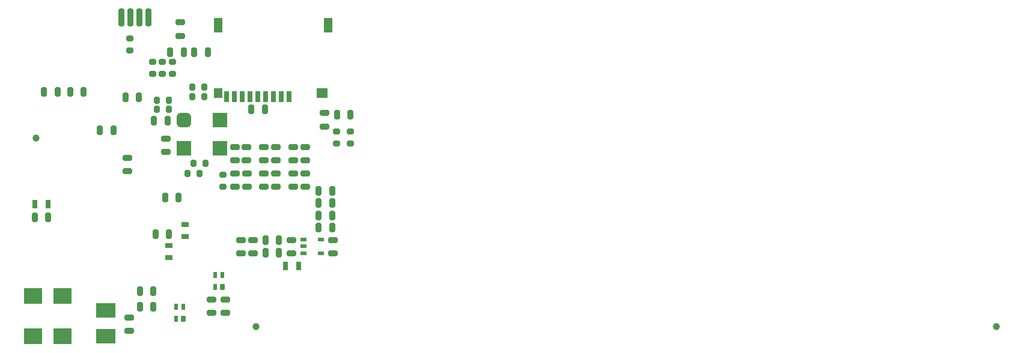
<source format=gbp>
G04*
G04 #@! TF.GenerationSoftware,Altium Limited,Altium Designer,20.0.2 (26)*
G04*
G04 Layer_Color=128*
%FSLAX44Y44*%
%MOMM*%
G71*
G01*
G75*
G04:AMPARAMS|DCode=22|XSize=0.8mm|YSize=1.3mm|CornerRadius=0.2mm|HoleSize=0mm|Usage=FLASHONLY|Rotation=0.000|XOffset=0mm|YOffset=0mm|HoleType=Round|Shape=RoundedRectangle|*
%AMROUNDEDRECTD22*
21,1,0.8000,0.9000,0,0,0.0*
21,1,0.4000,1.3000,0,0,0.0*
1,1,0.4000,0.2000,-0.4500*
1,1,0.4000,-0.2000,-0.4500*
1,1,0.4000,-0.2000,0.4500*
1,1,0.4000,0.2000,0.4500*
%
%ADD22ROUNDEDRECTD22*%
G04:AMPARAMS|DCode=23|XSize=0.8mm|YSize=1.3mm|CornerRadius=0.2mm|HoleSize=0mm|Usage=FLASHONLY|Rotation=90.000|XOffset=0mm|YOffset=0mm|HoleType=Round|Shape=RoundedRectangle|*
%AMROUNDEDRECTD23*
21,1,0.8000,0.9000,0,0,90.0*
21,1,0.4000,1.3000,0,0,90.0*
1,1,0.4000,0.4500,0.2000*
1,1,0.4000,0.4500,-0.2000*
1,1,0.4000,-0.4500,-0.2000*
1,1,0.4000,-0.4500,0.2000*
%
%ADD23ROUNDEDRECTD23*%
G04:AMPARAMS|DCode=24|XSize=0.8mm|YSize=1mm|CornerRadius=0.2mm|HoleSize=0mm|Usage=FLASHONLY|Rotation=90.000|XOffset=0mm|YOffset=0mm|HoleType=Round|Shape=RoundedRectangle|*
%AMROUNDEDRECTD24*
21,1,0.8000,0.6000,0,0,90.0*
21,1,0.4000,1.0000,0,0,90.0*
1,1,0.4000,0.3000,0.2000*
1,1,0.4000,0.3000,-0.2000*
1,1,0.4000,-0.3000,-0.2000*
1,1,0.4000,-0.3000,0.2000*
%
%ADD24ROUNDEDRECTD24*%
G04:AMPARAMS|DCode=25|XSize=0.8mm|YSize=1mm|CornerRadius=0.2mm|HoleSize=0mm|Usage=FLASHONLY|Rotation=0.000|XOffset=0mm|YOffset=0mm|HoleType=Round|Shape=RoundedRectangle|*
%AMROUNDEDRECTD25*
21,1,0.8000,0.6000,0,0,0.0*
21,1,0.4000,1.0000,0,0,0.0*
1,1,0.4000,0.2000,-0.3000*
1,1,0.4000,-0.2000,-0.3000*
1,1,0.4000,-0.2000,0.3000*
1,1,0.4000,0.2000,0.3000*
%
%ADD25ROUNDEDRECTD25*%
G04:AMPARAMS|DCode=27|XSize=2.54mm|YSize=0.9144mm|CornerRadius=0mm|HoleSize=0mm|Usage=FLASHONLY|Rotation=90.000|XOffset=0mm|YOffset=0mm|HoleType=Round|Shape=Octagon|*
%AMOCTAGOND27*
4,1,8,0.2286,1.2700,-0.2286,1.2700,-0.4572,1.0414,-0.4572,-1.0414,-0.2286,-1.2700,0.2286,-1.2700,0.4572,-1.0414,0.4572,1.0414,0.2286,1.2700,0.0*
%
%ADD27OCTAGOND27*%

%ADD30R,2.8000X2.0000*%
%ADD36R,0.8000X1.3000*%
%ADD41R,2.5000X2.3000*%
%ADD59C,1.0000*%
%ADD155R,2.0000X2.0000*%
G04:AMPARAMS|DCode=156|XSize=2mm|YSize=2mm|CornerRadius=0.5mm|HoleSize=0mm|Usage=FLASHONLY|Rotation=270.000|XOffset=0mm|YOffset=0mm|HoleType=Round|Shape=RoundedRectangle|*
%AMROUNDEDRECTD156*
21,1,2.0000,1.0000,0,0,270.0*
21,1,1.0000,2.0000,0,0,270.0*
1,1,1.0000,-0.5000,-0.5000*
1,1,1.0000,-0.5000,0.5000*
1,1,1.0000,0.5000,0.5000*
1,1,1.0000,0.5000,-0.5000*
%
%ADD156ROUNDEDRECTD156*%
%ADD157R,0.9500X0.6000*%
%ADD158R,0.6000X0.9000*%
G04:AMPARAMS|DCode=159|XSize=0.9mm|YSize=0.6mm|CornerRadius=0.15mm|HoleSize=0mm|Usage=FLASHONLY|Rotation=90.000|XOffset=0mm|YOffset=0mm|HoleType=Round|Shape=RoundedRectangle|*
%AMROUNDEDRECTD159*
21,1,0.9000,0.3000,0,0,90.0*
21,1,0.6000,0.6000,0,0,90.0*
1,1,0.3000,0.1500,0.3000*
1,1,0.3000,0.1500,-0.3000*
1,1,0.3000,-0.1500,-0.3000*
1,1,0.3000,-0.1500,0.3000*
%
%ADD159ROUNDEDRECTD159*%
%ADD160R,1.0000X0.8000*%
%ADD161R,0.7000X1.6000*%
%ADD162R,1.2000X1.4000*%
%ADD163R,1.6000X1.4000*%
%ADD164R,1.2000X2.0000*%
D22*
X2192740Y550640D02*
D03*
X2211740D02*
D03*
X2055520Y534640D02*
D03*
X2074520D02*
D03*
X1900520Y575640D02*
D03*
X1919520D02*
D03*
X1956520D02*
D03*
X1937520D02*
D03*
X2078520Y631640D02*
D03*
X2097520D02*
D03*
X2131520D02*
D03*
X2112520D02*
D03*
X2071520Y426640D02*
D03*
X2090520D02*
D03*
X2313520Y543640D02*
D03*
X2332520D02*
D03*
X2287520Y435640D02*
D03*
X2306520D02*
D03*
X2287520Y418536D02*
D03*
X2306520D02*
D03*
Y401536D02*
D03*
X2287520D02*
D03*
X2306520Y384536D02*
D03*
X2287520D02*
D03*
X2212520Y348690D02*
D03*
X2231520D02*
D03*
X2057520Y374640D02*
D03*
X2076520D02*
D03*
X2034520Y567640D02*
D03*
X2015520D02*
D03*
X2035520Y294640D02*
D03*
X2054520D02*
D03*
Y272640D02*
D03*
X2035520D02*
D03*
X2212520Y366690D02*
D03*
X2231520D02*
D03*
X1998520Y521640D02*
D03*
X1979520D02*
D03*
X1906520Y398640D02*
D03*
X1887520D02*
D03*
D23*
X2092520Y654640D02*
D03*
Y673640D02*
D03*
X2072520Y490640D02*
D03*
Y509640D02*
D03*
X2227520Y441640D02*
D03*
Y460640D02*
D03*
X2210520Y441640D02*
D03*
Y460640D02*
D03*
X2169520D02*
D03*
Y441640D02*
D03*
X2186520Y460640D02*
D03*
Y441640D02*
D03*
X2169520Y497640D02*
D03*
Y478640D02*
D03*
X2185520Y497640D02*
D03*
Y478640D02*
D03*
X2210520D02*
D03*
Y497640D02*
D03*
X2227520Y478640D02*
D03*
Y497640D02*
D03*
X2295520Y526640D02*
D03*
Y545640D02*
D03*
X2307520Y347640D02*
D03*
Y366640D02*
D03*
X2249520Y347690D02*
D03*
Y366690D02*
D03*
X2195520D02*
D03*
Y347690D02*
D03*
X2178520D02*
D03*
Y366690D02*
D03*
X2020520Y238640D02*
D03*
Y257640D02*
D03*
X2251520Y441640D02*
D03*
Y460640D02*
D03*
Y478640D02*
D03*
Y497640D02*
D03*
X2268520Y441640D02*
D03*
Y460640D02*
D03*
Y478640D02*
D03*
Y497640D02*
D03*
X2156520Y282640D02*
D03*
Y263640D02*
D03*
X2136520D02*
D03*
Y282640D02*
D03*
X2018520Y482640D02*
D03*
Y463640D02*
D03*
D24*
X2021520Y650640D02*
D03*
Y633640D02*
D03*
X2053520Y617640D02*
D03*
Y600640D02*
D03*
X2067520D02*
D03*
Y617640D02*
D03*
X2081520D02*
D03*
Y600640D02*
D03*
X2152520Y441640D02*
D03*
Y458640D02*
D03*
X2312520Y519790D02*
D03*
Y502790D02*
D03*
X2332520Y519790D02*
D03*
Y502790D02*
D03*
D25*
X2059520Y550640D02*
D03*
X2076520D02*
D03*
Y563640D02*
D03*
X2059520D02*
D03*
X2126520Y582640D02*
D03*
X2109520D02*
D03*
Y568640D02*
D03*
X2126520D02*
D03*
X2119520Y460640D02*
D03*
X2102520D02*
D03*
X2128520Y474640D02*
D03*
X2111520D02*
D03*
D27*
X2010080Y680700D02*
D03*
X2022780D02*
D03*
X2035480D02*
D03*
X2048180D02*
D03*
D30*
X1987520Y230640D02*
D03*
Y267470D02*
D03*
D36*
X2240520Y329640D02*
D03*
X2259520D02*
D03*
X1887520Y417640D02*
D03*
X1906520D02*
D03*
D41*
X1926520Y287640D02*
D03*
Y230640D02*
D03*
X1885520D02*
D03*
Y287640D02*
D03*
D59*
X3242520Y244640D02*
D03*
X1889520Y510640D02*
D03*
X2199520Y244640D02*
D03*
D155*
X2148520Y495640D02*
D03*
Y535640D02*
D03*
X2097720Y495640D02*
D03*
D156*
Y535640D02*
D03*
D157*
X2266520Y348190D02*
D03*
Y357690D02*
D03*
Y367190D02*
D03*
X2291020D02*
D03*
Y348190D02*
D03*
D158*
X2086520Y255640D02*
D03*
Y272640D02*
D03*
X2096520D02*
D03*
X2141520Y300640D02*
D03*
X2151520Y317640D02*
D03*
X2141520D02*
D03*
D159*
X2096520Y255640D02*
D03*
X2151520Y300640D02*
D03*
D160*
X2099520Y371640D02*
D03*
Y388640D02*
D03*
X2076520Y341640D02*
D03*
Y358640D02*
D03*
D161*
X2202070Y568640D02*
D03*
X2213070D02*
D03*
X2191070D02*
D03*
X2235070D02*
D03*
X2246070D02*
D03*
X2224070D02*
D03*
X2169070D02*
D03*
X2180070D02*
D03*
X2158070D02*
D03*
D162*
X2146320Y573640D02*
D03*
D163*
X2292320D02*
D03*
D164*
X2301320Y669640D02*
D03*
X2146320D02*
D03*
M02*

</source>
